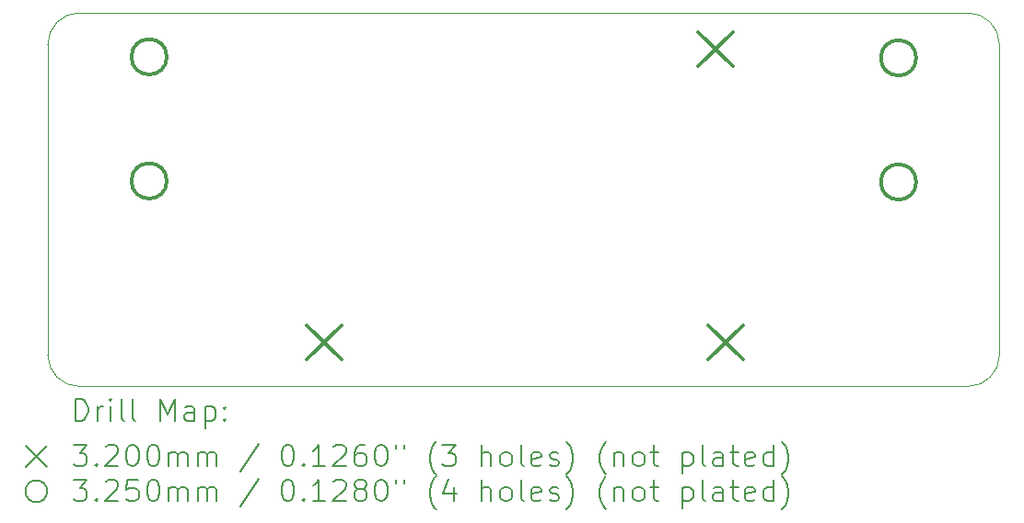
<source format=gbr>
%TF.GenerationSoftware,KiCad,Pcbnew,8.0.0*%
%TF.CreationDate,2024-08-30T12:49:43-05:00*%
%TF.ProjectId,led_segment,6c65645f-7365-4676-9d65-6e742e6b6963,rev?*%
%TF.SameCoordinates,Original*%
%TF.FileFunction,Drillmap*%
%TF.FilePolarity,Positive*%
%FSLAX45Y45*%
G04 Gerber Fmt 4.5, Leading zero omitted, Abs format (unit mm)*
G04 Created by KiCad (PCBNEW 8.0.0) date 2024-08-30 12:49:43*
%MOMM*%
%LPD*%
G01*
G04 APERTURE LIST*
%ADD10C,0.100000*%
%ADD11C,0.200000*%
%ADD12C,0.320000*%
%ADD13C,0.325000*%
G04 APERTURE END LIST*
D10*
X14560400Y-15437000D02*
X22726500Y-15437000D01*
X14268300Y-12287400D02*
G75*
G02*
X14560400Y-11995300I292100J0D01*
G01*
X23018600Y-15144900D02*
G75*
G02*
X22726500Y-15437000I-292100J0D01*
G01*
X22726500Y-11995300D02*
X14560400Y-11995300D01*
X14268300Y-15144900D02*
X14268300Y-12287400D01*
X14560400Y-15437000D02*
G75*
G02*
X14268300Y-15144900I0J292100D01*
G01*
X23018600Y-15144900D02*
X23018600Y-12287400D01*
X22726500Y-11995300D02*
G75*
G02*
X23018600Y-12287400I0J-292100D01*
G01*
D11*
D12*
X16650000Y-14870000D02*
X16970000Y-15190000D01*
X16970000Y-14870000D02*
X16650000Y-15190000D01*
X20250000Y-12170000D02*
X20570000Y-12490000D01*
X20570000Y-12170000D02*
X20250000Y-12490000D01*
X20340000Y-14870000D02*
X20660000Y-15190000D01*
X20660000Y-14870000D02*
X20340000Y-15190000D01*
D13*
X15362500Y-12400000D02*
G75*
G02*
X15037500Y-12400000I-162500J0D01*
G01*
X15037500Y-12400000D02*
G75*
G02*
X15362500Y-12400000I162500J0D01*
G01*
X15362500Y-13543000D02*
G75*
G02*
X15037500Y-13543000I-162500J0D01*
G01*
X15037500Y-13543000D02*
G75*
G02*
X15362500Y-13543000I162500J0D01*
G01*
X22252500Y-12410000D02*
G75*
G02*
X21927500Y-12410000I-162500J0D01*
G01*
X21927500Y-12410000D02*
G75*
G02*
X22252500Y-12410000I162500J0D01*
G01*
X22252500Y-13553000D02*
G75*
G02*
X21927500Y-13553000I-162500J0D01*
G01*
X21927500Y-13553000D02*
G75*
G02*
X22252500Y-13553000I162500J0D01*
G01*
D11*
X14524077Y-15753484D02*
X14524077Y-15553484D01*
X14524077Y-15553484D02*
X14571696Y-15553484D01*
X14571696Y-15553484D02*
X14600267Y-15563008D01*
X14600267Y-15563008D02*
X14619315Y-15582055D01*
X14619315Y-15582055D02*
X14628839Y-15601103D01*
X14628839Y-15601103D02*
X14638362Y-15639198D01*
X14638362Y-15639198D02*
X14638362Y-15667769D01*
X14638362Y-15667769D02*
X14628839Y-15705865D01*
X14628839Y-15705865D02*
X14619315Y-15724912D01*
X14619315Y-15724912D02*
X14600267Y-15743960D01*
X14600267Y-15743960D02*
X14571696Y-15753484D01*
X14571696Y-15753484D02*
X14524077Y-15753484D01*
X14724077Y-15753484D02*
X14724077Y-15620150D01*
X14724077Y-15658246D02*
X14733601Y-15639198D01*
X14733601Y-15639198D02*
X14743124Y-15629674D01*
X14743124Y-15629674D02*
X14762172Y-15620150D01*
X14762172Y-15620150D02*
X14781220Y-15620150D01*
X14847886Y-15753484D02*
X14847886Y-15620150D01*
X14847886Y-15553484D02*
X14838362Y-15563008D01*
X14838362Y-15563008D02*
X14847886Y-15572531D01*
X14847886Y-15572531D02*
X14857410Y-15563008D01*
X14857410Y-15563008D02*
X14847886Y-15553484D01*
X14847886Y-15553484D02*
X14847886Y-15572531D01*
X14971696Y-15753484D02*
X14952648Y-15743960D01*
X14952648Y-15743960D02*
X14943124Y-15724912D01*
X14943124Y-15724912D02*
X14943124Y-15553484D01*
X15076458Y-15753484D02*
X15057410Y-15743960D01*
X15057410Y-15743960D02*
X15047886Y-15724912D01*
X15047886Y-15724912D02*
X15047886Y-15553484D01*
X15305029Y-15753484D02*
X15305029Y-15553484D01*
X15305029Y-15553484D02*
X15371696Y-15696341D01*
X15371696Y-15696341D02*
X15438362Y-15553484D01*
X15438362Y-15553484D02*
X15438362Y-15753484D01*
X15619315Y-15753484D02*
X15619315Y-15648722D01*
X15619315Y-15648722D02*
X15609791Y-15629674D01*
X15609791Y-15629674D02*
X15590743Y-15620150D01*
X15590743Y-15620150D02*
X15552648Y-15620150D01*
X15552648Y-15620150D02*
X15533601Y-15629674D01*
X15619315Y-15743960D02*
X15600267Y-15753484D01*
X15600267Y-15753484D02*
X15552648Y-15753484D01*
X15552648Y-15753484D02*
X15533601Y-15743960D01*
X15533601Y-15743960D02*
X15524077Y-15724912D01*
X15524077Y-15724912D02*
X15524077Y-15705865D01*
X15524077Y-15705865D02*
X15533601Y-15686817D01*
X15533601Y-15686817D02*
X15552648Y-15677293D01*
X15552648Y-15677293D02*
X15600267Y-15677293D01*
X15600267Y-15677293D02*
X15619315Y-15667769D01*
X15714553Y-15620150D02*
X15714553Y-15820150D01*
X15714553Y-15629674D02*
X15733601Y-15620150D01*
X15733601Y-15620150D02*
X15771696Y-15620150D01*
X15771696Y-15620150D02*
X15790743Y-15629674D01*
X15790743Y-15629674D02*
X15800267Y-15639198D01*
X15800267Y-15639198D02*
X15809791Y-15658246D01*
X15809791Y-15658246D02*
X15809791Y-15715388D01*
X15809791Y-15715388D02*
X15800267Y-15734436D01*
X15800267Y-15734436D02*
X15790743Y-15743960D01*
X15790743Y-15743960D02*
X15771696Y-15753484D01*
X15771696Y-15753484D02*
X15733601Y-15753484D01*
X15733601Y-15753484D02*
X15714553Y-15743960D01*
X15895505Y-15734436D02*
X15905029Y-15743960D01*
X15905029Y-15743960D02*
X15895505Y-15753484D01*
X15895505Y-15753484D02*
X15885982Y-15743960D01*
X15885982Y-15743960D02*
X15895505Y-15734436D01*
X15895505Y-15734436D02*
X15895505Y-15753484D01*
X15895505Y-15629674D02*
X15905029Y-15639198D01*
X15905029Y-15639198D02*
X15895505Y-15648722D01*
X15895505Y-15648722D02*
X15885982Y-15639198D01*
X15885982Y-15639198D02*
X15895505Y-15629674D01*
X15895505Y-15629674D02*
X15895505Y-15648722D01*
X14063300Y-15982000D02*
X14263300Y-16182000D01*
X14263300Y-15982000D02*
X14063300Y-16182000D01*
X14505029Y-15973484D02*
X14628839Y-15973484D01*
X14628839Y-15973484D02*
X14562172Y-16049674D01*
X14562172Y-16049674D02*
X14590743Y-16049674D01*
X14590743Y-16049674D02*
X14609791Y-16059198D01*
X14609791Y-16059198D02*
X14619315Y-16068722D01*
X14619315Y-16068722D02*
X14628839Y-16087769D01*
X14628839Y-16087769D02*
X14628839Y-16135388D01*
X14628839Y-16135388D02*
X14619315Y-16154436D01*
X14619315Y-16154436D02*
X14609791Y-16163960D01*
X14609791Y-16163960D02*
X14590743Y-16173484D01*
X14590743Y-16173484D02*
X14533601Y-16173484D01*
X14533601Y-16173484D02*
X14514553Y-16163960D01*
X14514553Y-16163960D02*
X14505029Y-16154436D01*
X14714553Y-16154436D02*
X14724077Y-16163960D01*
X14724077Y-16163960D02*
X14714553Y-16173484D01*
X14714553Y-16173484D02*
X14705029Y-16163960D01*
X14705029Y-16163960D02*
X14714553Y-16154436D01*
X14714553Y-16154436D02*
X14714553Y-16173484D01*
X14800267Y-15992531D02*
X14809791Y-15983008D01*
X14809791Y-15983008D02*
X14828839Y-15973484D01*
X14828839Y-15973484D02*
X14876458Y-15973484D01*
X14876458Y-15973484D02*
X14895505Y-15983008D01*
X14895505Y-15983008D02*
X14905029Y-15992531D01*
X14905029Y-15992531D02*
X14914553Y-16011579D01*
X14914553Y-16011579D02*
X14914553Y-16030627D01*
X14914553Y-16030627D02*
X14905029Y-16059198D01*
X14905029Y-16059198D02*
X14790743Y-16173484D01*
X14790743Y-16173484D02*
X14914553Y-16173484D01*
X15038362Y-15973484D02*
X15057410Y-15973484D01*
X15057410Y-15973484D02*
X15076458Y-15983008D01*
X15076458Y-15983008D02*
X15085982Y-15992531D01*
X15085982Y-15992531D02*
X15095505Y-16011579D01*
X15095505Y-16011579D02*
X15105029Y-16049674D01*
X15105029Y-16049674D02*
X15105029Y-16097293D01*
X15105029Y-16097293D02*
X15095505Y-16135388D01*
X15095505Y-16135388D02*
X15085982Y-16154436D01*
X15085982Y-16154436D02*
X15076458Y-16163960D01*
X15076458Y-16163960D02*
X15057410Y-16173484D01*
X15057410Y-16173484D02*
X15038362Y-16173484D01*
X15038362Y-16173484D02*
X15019315Y-16163960D01*
X15019315Y-16163960D02*
X15009791Y-16154436D01*
X15009791Y-16154436D02*
X15000267Y-16135388D01*
X15000267Y-16135388D02*
X14990743Y-16097293D01*
X14990743Y-16097293D02*
X14990743Y-16049674D01*
X14990743Y-16049674D02*
X15000267Y-16011579D01*
X15000267Y-16011579D02*
X15009791Y-15992531D01*
X15009791Y-15992531D02*
X15019315Y-15983008D01*
X15019315Y-15983008D02*
X15038362Y-15973484D01*
X15228839Y-15973484D02*
X15247886Y-15973484D01*
X15247886Y-15973484D02*
X15266934Y-15983008D01*
X15266934Y-15983008D02*
X15276458Y-15992531D01*
X15276458Y-15992531D02*
X15285982Y-16011579D01*
X15285982Y-16011579D02*
X15295505Y-16049674D01*
X15295505Y-16049674D02*
X15295505Y-16097293D01*
X15295505Y-16097293D02*
X15285982Y-16135388D01*
X15285982Y-16135388D02*
X15276458Y-16154436D01*
X15276458Y-16154436D02*
X15266934Y-16163960D01*
X15266934Y-16163960D02*
X15247886Y-16173484D01*
X15247886Y-16173484D02*
X15228839Y-16173484D01*
X15228839Y-16173484D02*
X15209791Y-16163960D01*
X15209791Y-16163960D02*
X15200267Y-16154436D01*
X15200267Y-16154436D02*
X15190743Y-16135388D01*
X15190743Y-16135388D02*
X15181220Y-16097293D01*
X15181220Y-16097293D02*
X15181220Y-16049674D01*
X15181220Y-16049674D02*
X15190743Y-16011579D01*
X15190743Y-16011579D02*
X15200267Y-15992531D01*
X15200267Y-15992531D02*
X15209791Y-15983008D01*
X15209791Y-15983008D02*
X15228839Y-15973484D01*
X15381220Y-16173484D02*
X15381220Y-16040150D01*
X15381220Y-16059198D02*
X15390743Y-16049674D01*
X15390743Y-16049674D02*
X15409791Y-16040150D01*
X15409791Y-16040150D02*
X15438363Y-16040150D01*
X15438363Y-16040150D02*
X15457410Y-16049674D01*
X15457410Y-16049674D02*
X15466934Y-16068722D01*
X15466934Y-16068722D02*
X15466934Y-16173484D01*
X15466934Y-16068722D02*
X15476458Y-16049674D01*
X15476458Y-16049674D02*
X15495505Y-16040150D01*
X15495505Y-16040150D02*
X15524077Y-16040150D01*
X15524077Y-16040150D02*
X15543124Y-16049674D01*
X15543124Y-16049674D02*
X15552648Y-16068722D01*
X15552648Y-16068722D02*
X15552648Y-16173484D01*
X15647886Y-16173484D02*
X15647886Y-16040150D01*
X15647886Y-16059198D02*
X15657410Y-16049674D01*
X15657410Y-16049674D02*
X15676458Y-16040150D01*
X15676458Y-16040150D02*
X15705029Y-16040150D01*
X15705029Y-16040150D02*
X15724077Y-16049674D01*
X15724077Y-16049674D02*
X15733601Y-16068722D01*
X15733601Y-16068722D02*
X15733601Y-16173484D01*
X15733601Y-16068722D02*
X15743124Y-16049674D01*
X15743124Y-16049674D02*
X15762172Y-16040150D01*
X15762172Y-16040150D02*
X15790743Y-16040150D01*
X15790743Y-16040150D02*
X15809791Y-16049674D01*
X15809791Y-16049674D02*
X15819315Y-16068722D01*
X15819315Y-16068722D02*
X15819315Y-16173484D01*
X16209791Y-15963960D02*
X16038363Y-16221103D01*
X16466934Y-15973484D02*
X16485982Y-15973484D01*
X16485982Y-15973484D02*
X16505029Y-15983008D01*
X16505029Y-15983008D02*
X16514553Y-15992531D01*
X16514553Y-15992531D02*
X16524077Y-16011579D01*
X16524077Y-16011579D02*
X16533601Y-16049674D01*
X16533601Y-16049674D02*
X16533601Y-16097293D01*
X16533601Y-16097293D02*
X16524077Y-16135388D01*
X16524077Y-16135388D02*
X16514553Y-16154436D01*
X16514553Y-16154436D02*
X16505029Y-16163960D01*
X16505029Y-16163960D02*
X16485982Y-16173484D01*
X16485982Y-16173484D02*
X16466934Y-16173484D01*
X16466934Y-16173484D02*
X16447886Y-16163960D01*
X16447886Y-16163960D02*
X16438363Y-16154436D01*
X16438363Y-16154436D02*
X16428839Y-16135388D01*
X16428839Y-16135388D02*
X16419315Y-16097293D01*
X16419315Y-16097293D02*
X16419315Y-16049674D01*
X16419315Y-16049674D02*
X16428839Y-16011579D01*
X16428839Y-16011579D02*
X16438363Y-15992531D01*
X16438363Y-15992531D02*
X16447886Y-15983008D01*
X16447886Y-15983008D02*
X16466934Y-15973484D01*
X16619315Y-16154436D02*
X16628839Y-16163960D01*
X16628839Y-16163960D02*
X16619315Y-16173484D01*
X16619315Y-16173484D02*
X16609791Y-16163960D01*
X16609791Y-16163960D02*
X16619315Y-16154436D01*
X16619315Y-16154436D02*
X16619315Y-16173484D01*
X16819315Y-16173484D02*
X16705029Y-16173484D01*
X16762172Y-16173484D02*
X16762172Y-15973484D01*
X16762172Y-15973484D02*
X16743125Y-16002055D01*
X16743125Y-16002055D02*
X16724077Y-16021103D01*
X16724077Y-16021103D02*
X16705029Y-16030627D01*
X16895506Y-15992531D02*
X16905029Y-15983008D01*
X16905029Y-15983008D02*
X16924077Y-15973484D01*
X16924077Y-15973484D02*
X16971696Y-15973484D01*
X16971696Y-15973484D02*
X16990744Y-15983008D01*
X16990744Y-15983008D02*
X17000268Y-15992531D01*
X17000268Y-15992531D02*
X17009791Y-16011579D01*
X17009791Y-16011579D02*
X17009791Y-16030627D01*
X17009791Y-16030627D02*
X17000268Y-16059198D01*
X17000268Y-16059198D02*
X16885982Y-16173484D01*
X16885982Y-16173484D02*
X17009791Y-16173484D01*
X17181220Y-15973484D02*
X17143125Y-15973484D01*
X17143125Y-15973484D02*
X17124077Y-15983008D01*
X17124077Y-15983008D02*
X17114553Y-15992531D01*
X17114553Y-15992531D02*
X17095506Y-16021103D01*
X17095506Y-16021103D02*
X17085982Y-16059198D01*
X17085982Y-16059198D02*
X17085982Y-16135388D01*
X17085982Y-16135388D02*
X17095506Y-16154436D01*
X17095506Y-16154436D02*
X17105029Y-16163960D01*
X17105029Y-16163960D02*
X17124077Y-16173484D01*
X17124077Y-16173484D02*
X17162172Y-16173484D01*
X17162172Y-16173484D02*
X17181220Y-16163960D01*
X17181220Y-16163960D02*
X17190744Y-16154436D01*
X17190744Y-16154436D02*
X17200268Y-16135388D01*
X17200268Y-16135388D02*
X17200268Y-16087769D01*
X17200268Y-16087769D02*
X17190744Y-16068722D01*
X17190744Y-16068722D02*
X17181220Y-16059198D01*
X17181220Y-16059198D02*
X17162172Y-16049674D01*
X17162172Y-16049674D02*
X17124077Y-16049674D01*
X17124077Y-16049674D02*
X17105029Y-16059198D01*
X17105029Y-16059198D02*
X17095506Y-16068722D01*
X17095506Y-16068722D02*
X17085982Y-16087769D01*
X17324077Y-15973484D02*
X17343125Y-15973484D01*
X17343125Y-15973484D02*
X17362172Y-15983008D01*
X17362172Y-15983008D02*
X17371696Y-15992531D01*
X17371696Y-15992531D02*
X17381220Y-16011579D01*
X17381220Y-16011579D02*
X17390744Y-16049674D01*
X17390744Y-16049674D02*
X17390744Y-16097293D01*
X17390744Y-16097293D02*
X17381220Y-16135388D01*
X17381220Y-16135388D02*
X17371696Y-16154436D01*
X17371696Y-16154436D02*
X17362172Y-16163960D01*
X17362172Y-16163960D02*
X17343125Y-16173484D01*
X17343125Y-16173484D02*
X17324077Y-16173484D01*
X17324077Y-16173484D02*
X17305029Y-16163960D01*
X17305029Y-16163960D02*
X17295506Y-16154436D01*
X17295506Y-16154436D02*
X17285982Y-16135388D01*
X17285982Y-16135388D02*
X17276458Y-16097293D01*
X17276458Y-16097293D02*
X17276458Y-16049674D01*
X17276458Y-16049674D02*
X17285982Y-16011579D01*
X17285982Y-16011579D02*
X17295506Y-15992531D01*
X17295506Y-15992531D02*
X17305029Y-15983008D01*
X17305029Y-15983008D02*
X17324077Y-15973484D01*
X17466934Y-15973484D02*
X17466934Y-16011579D01*
X17543125Y-15973484D02*
X17543125Y-16011579D01*
X17838363Y-16249674D02*
X17828839Y-16240150D01*
X17828839Y-16240150D02*
X17809791Y-16211579D01*
X17809791Y-16211579D02*
X17800268Y-16192531D01*
X17800268Y-16192531D02*
X17790744Y-16163960D01*
X17790744Y-16163960D02*
X17781220Y-16116341D01*
X17781220Y-16116341D02*
X17781220Y-16078246D01*
X17781220Y-16078246D02*
X17790744Y-16030627D01*
X17790744Y-16030627D02*
X17800268Y-16002055D01*
X17800268Y-16002055D02*
X17809791Y-15983008D01*
X17809791Y-15983008D02*
X17828839Y-15954436D01*
X17828839Y-15954436D02*
X17838363Y-15944912D01*
X17895506Y-15973484D02*
X18019315Y-15973484D01*
X18019315Y-15973484D02*
X17952649Y-16049674D01*
X17952649Y-16049674D02*
X17981220Y-16049674D01*
X17981220Y-16049674D02*
X18000268Y-16059198D01*
X18000268Y-16059198D02*
X18009791Y-16068722D01*
X18009791Y-16068722D02*
X18019315Y-16087769D01*
X18019315Y-16087769D02*
X18019315Y-16135388D01*
X18019315Y-16135388D02*
X18009791Y-16154436D01*
X18009791Y-16154436D02*
X18000268Y-16163960D01*
X18000268Y-16163960D02*
X17981220Y-16173484D01*
X17981220Y-16173484D02*
X17924077Y-16173484D01*
X17924077Y-16173484D02*
X17905030Y-16163960D01*
X17905030Y-16163960D02*
X17895506Y-16154436D01*
X18257411Y-16173484D02*
X18257411Y-15973484D01*
X18343125Y-16173484D02*
X18343125Y-16068722D01*
X18343125Y-16068722D02*
X18333601Y-16049674D01*
X18333601Y-16049674D02*
X18314553Y-16040150D01*
X18314553Y-16040150D02*
X18285982Y-16040150D01*
X18285982Y-16040150D02*
X18266934Y-16049674D01*
X18266934Y-16049674D02*
X18257411Y-16059198D01*
X18466934Y-16173484D02*
X18447887Y-16163960D01*
X18447887Y-16163960D02*
X18438363Y-16154436D01*
X18438363Y-16154436D02*
X18428839Y-16135388D01*
X18428839Y-16135388D02*
X18428839Y-16078246D01*
X18428839Y-16078246D02*
X18438363Y-16059198D01*
X18438363Y-16059198D02*
X18447887Y-16049674D01*
X18447887Y-16049674D02*
X18466934Y-16040150D01*
X18466934Y-16040150D02*
X18495506Y-16040150D01*
X18495506Y-16040150D02*
X18514553Y-16049674D01*
X18514553Y-16049674D02*
X18524077Y-16059198D01*
X18524077Y-16059198D02*
X18533601Y-16078246D01*
X18533601Y-16078246D02*
X18533601Y-16135388D01*
X18533601Y-16135388D02*
X18524077Y-16154436D01*
X18524077Y-16154436D02*
X18514553Y-16163960D01*
X18514553Y-16163960D02*
X18495506Y-16173484D01*
X18495506Y-16173484D02*
X18466934Y-16173484D01*
X18647887Y-16173484D02*
X18628839Y-16163960D01*
X18628839Y-16163960D02*
X18619315Y-16144912D01*
X18619315Y-16144912D02*
X18619315Y-15973484D01*
X18800268Y-16163960D02*
X18781220Y-16173484D01*
X18781220Y-16173484D02*
X18743125Y-16173484D01*
X18743125Y-16173484D02*
X18724077Y-16163960D01*
X18724077Y-16163960D02*
X18714553Y-16144912D01*
X18714553Y-16144912D02*
X18714553Y-16068722D01*
X18714553Y-16068722D02*
X18724077Y-16049674D01*
X18724077Y-16049674D02*
X18743125Y-16040150D01*
X18743125Y-16040150D02*
X18781220Y-16040150D01*
X18781220Y-16040150D02*
X18800268Y-16049674D01*
X18800268Y-16049674D02*
X18809792Y-16068722D01*
X18809792Y-16068722D02*
X18809792Y-16087769D01*
X18809792Y-16087769D02*
X18714553Y-16106817D01*
X18885982Y-16163960D02*
X18905030Y-16173484D01*
X18905030Y-16173484D02*
X18943125Y-16173484D01*
X18943125Y-16173484D02*
X18962173Y-16163960D01*
X18962173Y-16163960D02*
X18971696Y-16144912D01*
X18971696Y-16144912D02*
X18971696Y-16135388D01*
X18971696Y-16135388D02*
X18962173Y-16116341D01*
X18962173Y-16116341D02*
X18943125Y-16106817D01*
X18943125Y-16106817D02*
X18914553Y-16106817D01*
X18914553Y-16106817D02*
X18895506Y-16097293D01*
X18895506Y-16097293D02*
X18885982Y-16078246D01*
X18885982Y-16078246D02*
X18885982Y-16068722D01*
X18885982Y-16068722D02*
X18895506Y-16049674D01*
X18895506Y-16049674D02*
X18914553Y-16040150D01*
X18914553Y-16040150D02*
X18943125Y-16040150D01*
X18943125Y-16040150D02*
X18962173Y-16049674D01*
X19038363Y-16249674D02*
X19047887Y-16240150D01*
X19047887Y-16240150D02*
X19066934Y-16211579D01*
X19066934Y-16211579D02*
X19076458Y-16192531D01*
X19076458Y-16192531D02*
X19085982Y-16163960D01*
X19085982Y-16163960D02*
X19095506Y-16116341D01*
X19095506Y-16116341D02*
X19095506Y-16078246D01*
X19095506Y-16078246D02*
X19085982Y-16030627D01*
X19085982Y-16030627D02*
X19076458Y-16002055D01*
X19076458Y-16002055D02*
X19066934Y-15983008D01*
X19066934Y-15983008D02*
X19047887Y-15954436D01*
X19047887Y-15954436D02*
X19038363Y-15944912D01*
X19400268Y-16249674D02*
X19390744Y-16240150D01*
X19390744Y-16240150D02*
X19371696Y-16211579D01*
X19371696Y-16211579D02*
X19362173Y-16192531D01*
X19362173Y-16192531D02*
X19352649Y-16163960D01*
X19352649Y-16163960D02*
X19343125Y-16116341D01*
X19343125Y-16116341D02*
X19343125Y-16078246D01*
X19343125Y-16078246D02*
X19352649Y-16030627D01*
X19352649Y-16030627D02*
X19362173Y-16002055D01*
X19362173Y-16002055D02*
X19371696Y-15983008D01*
X19371696Y-15983008D02*
X19390744Y-15954436D01*
X19390744Y-15954436D02*
X19400268Y-15944912D01*
X19476458Y-16040150D02*
X19476458Y-16173484D01*
X19476458Y-16059198D02*
X19485982Y-16049674D01*
X19485982Y-16049674D02*
X19505030Y-16040150D01*
X19505030Y-16040150D02*
X19533601Y-16040150D01*
X19533601Y-16040150D02*
X19552649Y-16049674D01*
X19552649Y-16049674D02*
X19562173Y-16068722D01*
X19562173Y-16068722D02*
X19562173Y-16173484D01*
X19685982Y-16173484D02*
X19666934Y-16163960D01*
X19666934Y-16163960D02*
X19657411Y-16154436D01*
X19657411Y-16154436D02*
X19647887Y-16135388D01*
X19647887Y-16135388D02*
X19647887Y-16078246D01*
X19647887Y-16078246D02*
X19657411Y-16059198D01*
X19657411Y-16059198D02*
X19666934Y-16049674D01*
X19666934Y-16049674D02*
X19685982Y-16040150D01*
X19685982Y-16040150D02*
X19714554Y-16040150D01*
X19714554Y-16040150D02*
X19733601Y-16049674D01*
X19733601Y-16049674D02*
X19743125Y-16059198D01*
X19743125Y-16059198D02*
X19752649Y-16078246D01*
X19752649Y-16078246D02*
X19752649Y-16135388D01*
X19752649Y-16135388D02*
X19743125Y-16154436D01*
X19743125Y-16154436D02*
X19733601Y-16163960D01*
X19733601Y-16163960D02*
X19714554Y-16173484D01*
X19714554Y-16173484D02*
X19685982Y-16173484D01*
X19809792Y-16040150D02*
X19885982Y-16040150D01*
X19838363Y-15973484D02*
X19838363Y-16144912D01*
X19838363Y-16144912D02*
X19847887Y-16163960D01*
X19847887Y-16163960D02*
X19866934Y-16173484D01*
X19866934Y-16173484D02*
X19885982Y-16173484D01*
X20105030Y-16040150D02*
X20105030Y-16240150D01*
X20105030Y-16049674D02*
X20124077Y-16040150D01*
X20124077Y-16040150D02*
X20162173Y-16040150D01*
X20162173Y-16040150D02*
X20181220Y-16049674D01*
X20181220Y-16049674D02*
X20190744Y-16059198D01*
X20190744Y-16059198D02*
X20200268Y-16078246D01*
X20200268Y-16078246D02*
X20200268Y-16135388D01*
X20200268Y-16135388D02*
X20190744Y-16154436D01*
X20190744Y-16154436D02*
X20181220Y-16163960D01*
X20181220Y-16163960D02*
X20162173Y-16173484D01*
X20162173Y-16173484D02*
X20124077Y-16173484D01*
X20124077Y-16173484D02*
X20105030Y-16163960D01*
X20314554Y-16173484D02*
X20295506Y-16163960D01*
X20295506Y-16163960D02*
X20285982Y-16144912D01*
X20285982Y-16144912D02*
X20285982Y-15973484D01*
X20476458Y-16173484D02*
X20476458Y-16068722D01*
X20476458Y-16068722D02*
X20466935Y-16049674D01*
X20466935Y-16049674D02*
X20447887Y-16040150D01*
X20447887Y-16040150D02*
X20409792Y-16040150D01*
X20409792Y-16040150D02*
X20390744Y-16049674D01*
X20476458Y-16163960D02*
X20457411Y-16173484D01*
X20457411Y-16173484D02*
X20409792Y-16173484D01*
X20409792Y-16173484D02*
X20390744Y-16163960D01*
X20390744Y-16163960D02*
X20381220Y-16144912D01*
X20381220Y-16144912D02*
X20381220Y-16125865D01*
X20381220Y-16125865D02*
X20390744Y-16106817D01*
X20390744Y-16106817D02*
X20409792Y-16097293D01*
X20409792Y-16097293D02*
X20457411Y-16097293D01*
X20457411Y-16097293D02*
X20476458Y-16087769D01*
X20543125Y-16040150D02*
X20619315Y-16040150D01*
X20571696Y-15973484D02*
X20571696Y-16144912D01*
X20571696Y-16144912D02*
X20581220Y-16163960D01*
X20581220Y-16163960D02*
X20600268Y-16173484D01*
X20600268Y-16173484D02*
X20619315Y-16173484D01*
X20762173Y-16163960D02*
X20743125Y-16173484D01*
X20743125Y-16173484D02*
X20705030Y-16173484D01*
X20705030Y-16173484D02*
X20685982Y-16163960D01*
X20685982Y-16163960D02*
X20676458Y-16144912D01*
X20676458Y-16144912D02*
X20676458Y-16068722D01*
X20676458Y-16068722D02*
X20685982Y-16049674D01*
X20685982Y-16049674D02*
X20705030Y-16040150D01*
X20705030Y-16040150D02*
X20743125Y-16040150D01*
X20743125Y-16040150D02*
X20762173Y-16049674D01*
X20762173Y-16049674D02*
X20771696Y-16068722D01*
X20771696Y-16068722D02*
X20771696Y-16087769D01*
X20771696Y-16087769D02*
X20676458Y-16106817D01*
X20943125Y-16173484D02*
X20943125Y-15973484D01*
X20943125Y-16163960D02*
X20924077Y-16173484D01*
X20924077Y-16173484D02*
X20885982Y-16173484D01*
X20885982Y-16173484D02*
X20866935Y-16163960D01*
X20866935Y-16163960D02*
X20857411Y-16154436D01*
X20857411Y-16154436D02*
X20847887Y-16135388D01*
X20847887Y-16135388D02*
X20847887Y-16078246D01*
X20847887Y-16078246D02*
X20857411Y-16059198D01*
X20857411Y-16059198D02*
X20866935Y-16049674D01*
X20866935Y-16049674D02*
X20885982Y-16040150D01*
X20885982Y-16040150D02*
X20924077Y-16040150D01*
X20924077Y-16040150D02*
X20943125Y-16049674D01*
X21019316Y-16249674D02*
X21028839Y-16240150D01*
X21028839Y-16240150D02*
X21047887Y-16211579D01*
X21047887Y-16211579D02*
X21057411Y-16192531D01*
X21057411Y-16192531D02*
X21066935Y-16163960D01*
X21066935Y-16163960D02*
X21076458Y-16116341D01*
X21076458Y-16116341D02*
X21076458Y-16078246D01*
X21076458Y-16078246D02*
X21066935Y-16030627D01*
X21066935Y-16030627D02*
X21057411Y-16002055D01*
X21057411Y-16002055D02*
X21047887Y-15983008D01*
X21047887Y-15983008D02*
X21028839Y-15954436D01*
X21028839Y-15954436D02*
X21019316Y-15944912D01*
X14263300Y-16402000D02*
G75*
G02*
X14063300Y-16402000I-100000J0D01*
G01*
X14063300Y-16402000D02*
G75*
G02*
X14263300Y-16402000I100000J0D01*
G01*
X14505029Y-16293484D02*
X14628839Y-16293484D01*
X14628839Y-16293484D02*
X14562172Y-16369674D01*
X14562172Y-16369674D02*
X14590743Y-16369674D01*
X14590743Y-16369674D02*
X14609791Y-16379198D01*
X14609791Y-16379198D02*
X14619315Y-16388722D01*
X14619315Y-16388722D02*
X14628839Y-16407769D01*
X14628839Y-16407769D02*
X14628839Y-16455388D01*
X14628839Y-16455388D02*
X14619315Y-16474436D01*
X14619315Y-16474436D02*
X14609791Y-16483960D01*
X14609791Y-16483960D02*
X14590743Y-16493484D01*
X14590743Y-16493484D02*
X14533601Y-16493484D01*
X14533601Y-16493484D02*
X14514553Y-16483960D01*
X14514553Y-16483960D02*
X14505029Y-16474436D01*
X14714553Y-16474436D02*
X14724077Y-16483960D01*
X14724077Y-16483960D02*
X14714553Y-16493484D01*
X14714553Y-16493484D02*
X14705029Y-16483960D01*
X14705029Y-16483960D02*
X14714553Y-16474436D01*
X14714553Y-16474436D02*
X14714553Y-16493484D01*
X14800267Y-16312531D02*
X14809791Y-16303008D01*
X14809791Y-16303008D02*
X14828839Y-16293484D01*
X14828839Y-16293484D02*
X14876458Y-16293484D01*
X14876458Y-16293484D02*
X14895505Y-16303008D01*
X14895505Y-16303008D02*
X14905029Y-16312531D01*
X14905029Y-16312531D02*
X14914553Y-16331579D01*
X14914553Y-16331579D02*
X14914553Y-16350627D01*
X14914553Y-16350627D02*
X14905029Y-16379198D01*
X14905029Y-16379198D02*
X14790743Y-16493484D01*
X14790743Y-16493484D02*
X14914553Y-16493484D01*
X15095505Y-16293484D02*
X15000267Y-16293484D01*
X15000267Y-16293484D02*
X14990743Y-16388722D01*
X14990743Y-16388722D02*
X15000267Y-16379198D01*
X15000267Y-16379198D02*
X15019315Y-16369674D01*
X15019315Y-16369674D02*
X15066934Y-16369674D01*
X15066934Y-16369674D02*
X15085982Y-16379198D01*
X15085982Y-16379198D02*
X15095505Y-16388722D01*
X15095505Y-16388722D02*
X15105029Y-16407769D01*
X15105029Y-16407769D02*
X15105029Y-16455388D01*
X15105029Y-16455388D02*
X15095505Y-16474436D01*
X15095505Y-16474436D02*
X15085982Y-16483960D01*
X15085982Y-16483960D02*
X15066934Y-16493484D01*
X15066934Y-16493484D02*
X15019315Y-16493484D01*
X15019315Y-16493484D02*
X15000267Y-16483960D01*
X15000267Y-16483960D02*
X14990743Y-16474436D01*
X15228839Y-16293484D02*
X15247886Y-16293484D01*
X15247886Y-16293484D02*
X15266934Y-16303008D01*
X15266934Y-16303008D02*
X15276458Y-16312531D01*
X15276458Y-16312531D02*
X15285982Y-16331579D01*
X15285982Y-16331579D02*
X15295505Y-16369674D01*
X15295505Y-16369674D02*
X15295505Y-16417293D01*
X15295505Y-16417293D02*
X15285982Y-16455388D01*
X15285982Y-16455388D02*
X15276458Y-16474436D01*
X15276458Y-16474436D02*
X15266934Y-16483960D01*
X15266934Y-16483960D02*
X15247886Y-16493484D01*
X15247886Y-16493484D02*
X15228839Y-16493484D01*
X15228839Y-16493484D02*
X15209791Y-16483960D01*
X15209791Y-16483960D02*
X15200267Y-16474436D01*
X15200267Y-16474436D02*
X15190743Y-16455388D01*
X15190743Y-16455388D02*
X15181220Y-16417293D01*
X15181220Y-16417293D02*
X15181220Y-16369674D01*
X15181220Y-16369674D02*
X15190743Y-16331579D01*
X15190743Y-16331579D02*
X15200267Y-16312531D01*
X15200267Y-16312531D02*
X15209791Y-16303008D01*
X15209791Y-16303008D02*
X15228839Y-16293484D01*
X15381220Y-16493484D02*
X15381220Y-16360150D01*
X15381220Y-16379198D02*
X15390743Y-16369674D01*
X15390743Y-16369674D02*
X15409791Y-16360150D01*
X15409791Y-16360150D02*
X15438363Y-16360150D01*
X15438363Y-16360150D02*
X15457410Y-16369674D01*
X15457410Y-16369674D02*
X15466934Y-16388722D01*
X15466934Y-16388722D02*
X15466934Y-16493484D01*
X15466934Y-16388722D02*
X15476458Y-16369674D01*
X15476458Y-16369674D02*
X15495505Y-16360150D01*
X15495505Y-16360150D02*
X15524077Y-16360150D01*
X15524077Y-16360150D02*
X15543124Y-16369674D01*
X15543124Y-16369674D02*
X15552648Y-16388722D01*
X15552648Y-16388722D02*
X15552648Y-16493484D01*
X15647886Y-16493484D02*
X15647886Y-16360150D01*
X15647886Y-16379198D02*
X15657410Y-16369674D01*
X15657410Y-16369674D02*
X15676458Y-16360150D01*
X15676458Y-16360150D02*
X15705029Y-16360150D01*
X15705029Y-16360150D02*
X15724077Y-16369674D01*
X15724077Y-16369674D02*
X15733601Y-16388722D01*
X15733601Y-16388722D02*
X15733601Y-16493484D01*
X15733601Y-16388722D02*
X15743124Y-16369674D01*
X15743124Y-16369674D02*
X15762172Y-16360150D01*
X15762172Y-16360150D02*
X15790743Y-16360150D01*
X15790743Y-16360150D02*
X15809791Y-16369674D01*
X15809791Y-16369674D02*
X15819315Y-16388722D01*
X15819315Y-16388722D02*
X15819315Y-16493484D01*
X16209791Y-16283960D02*
X16038363Y-16541103D01*
X16466934Y-16293484D02*
X16485982Y-16293484D01*
X16485982Y-16293484D02*
X16505029Y-16303008D01*
X16505029Y-16303008D02*
X16514553Y-16312531D01*
X16514553Y-16312531D02*
X16524077Y-16331579D01*
X16524077Y-16331579D02*
X16533601Y-16369674D01*
X16533601Y-16369674D02*
X16533601Y-16417293D01*
X16533601Y-16417293D02*
X16524077Y-16455388D01*
X16524077Y-16455388D02*
X16514553Y-16474436D01*
X16514553Y-16474436D02*
X16505029Y-16483960D01*
X16505029Y-16483960D02*
X16485982Y-16493484D01*
X16485982Y-16493484D02*
X16466934Y-16493484D01*
X16466934Y-16493484D02*
X16447886Y-16483960D01*
X16447886Y-16483960D02*
X16438363Y-16474436D01*
X16438363Y-16474436D02*
X16428839Y-16455388D01*
X16428839Y-16455388D02*
X16419315Y-16417293D01*
X16419315Y-16417293D02*
X16419315Y-16369674D01*
X16419315Y-16369674D02*
X16428839Y-16331579D01*
X16428839Y-16331579D02*
X16438363Y-16312531D01*
X16438363Y-16312531D02*
X16447886Y-16303008D01*
X16447886Y-16303008D02*
X16466934Y-16293484D01*
X16619315Y-16474436D02*
X16628839Y-16483960D01*
X16628839Y-16483960D02*
X16619315Y-16493484D01*
X16619315Y-16493484D02*
X16609791Y-16483960D01*
X16609791Y-16483960D02*
X16619315Y-16474436D01*
X16619315Y-16474436D02*
X16619315Y-16493484D01*
X16819315Y-16493484D02*
X16705029Y-16493484D01*
X16762172Y-16493484D02*
X16762172Y-16293484D01*
X16762172Y-16293484D02*
X16743125Y-16322055D01*
X16743125Y-16322055D02*
X16724077Y-16341103D01*
X16724077Y-16341103D02*
X16705029Y-16350627D01*
X16895506Y-16312531D02*
X16905029Y-16303008D01*
X16905029Y-16303008D02*
X16924077Y-16293484D01*
X16924077Y-16293484D02*
X16971696Y-16293484D01*
X16971696Y-16293484D02*
X16990744Y-16303008D01*
X16990744Y-16303008D02*
X17000268Y-16312531D01*
X17000268Y-16312531D02*
X17009791Y-16331579D01*
X17009791Y-16331579D02*
X17009791Y-16350627D01*
X17009791Y-16350627D02*
X17000268Y-16379198D01*
X17000268Y-16379198D02*
X16885982Y-16493484D01*
X16885982Y-16493484D02*
X17009791Y-16493484D01*
X17124077Y-16379198D02*
X17105029Y-16369674D01*
X17105029Y-16369674D02*
X17095506Y-16360150D01*
X17095506Y-16360150D02*
X17085982Y-16341103D01*
X17085982Y-16341103D02*
X17085982Y-16331579D01*
X17085982Y-16331579D02*
X17095506Y-16312531D01*
X17095506Y-16312531D02*
X17105029Y-16303008D01*
X17105029Y-16303008D02*
X17124077Y-16293484D01*
X17124077Y-16293484D02*
X17162172Y-16293484D01*
X17162172Y-16293484D02*
X17181220Y-16303008D01*
X17181220Y-16303008D02*
X17190744Y-16312531D01*
X17190744Y-16312531D02*
X17200268Y-16331579D01*
X17200268Y-16331579D02*
X17200268Y-16341103D01*
X17200268Y-16341103D02*
X17190744Y-16360150D01*
X17190744Y-16360150D02*
X17181220Y-16369674D01*
X17181220Y-16369674D02*
X17162172Y-16379198D01*
X17162172Y-16379198D02*
X17124077Y-16379198D01*
X17124077Y-16379198D02*
X17105029Y-16388722D01*
X17105029Y-16388722D02*
X17095506Y-16398246D01*
X17095506Y-16398246D02*
X17085982Y-16417293D01*
X17085982Y-16417293D02*
X17085982Y-16455388D01*
X17085982Y-16455388D02*
X17095506Y-16474436D01*
X17095506Y-16474436D02*
X17105029Y-16483960D01*
X17105029Y-16483960D02*
X17124077Y-16493484D01*
X17124077Y-16493484D02*
X17162172Y-16493484D01*
X17162172Y-16493484D02*
X17181220Y-16483960D01*
X17181220Y-16483960D02*
X17190744Y-16474436D01*
X17190744Y-16474436D02*
X17200268Y-16455388D01*
X17200268Y-16455388D02*
X17200268Y-16417293D01*
X17200268Y-16417293D02*
X17190744Y-16398246D01*
X17190744Y-16398246D02*
X17181220Y-16388722D01*
X17181220Y-16388722D02*
X17162172Y-16379198D01*
X17324077Y-16293484D02*
X17343125Y-16293484D01*
X17343125Y-16293484D02*
X17362172Y-16303008D01*
X17362172Y-16303008D02*
X17371696Y-16312531D01*
X17371696Y-16312531D02*
X17381220Y-16331579D01*
X17381220Y-16331579D02*
X17390744Y-16369674D01*
X17390744Y-16369674D02*
X17390744Y-16417293D01*
X17390744Y-16417293D02*
X17381220Y-16455388D01*
X17381220Y-16455388D02*
X17371696Y-16474436D01*
X17371696Y-16474436D02*
X17362172Y-16483960D01*
X17362172Y-16483960D02*
X17343125Y-16493484D01*
X17343125Y-16493484D02*
X17324077Y-16493484D01*
X17324077Y-16493484D02*
X17305029Y-16483960D01*
X17305029Y-16483960D02*
X17295506Y-16474436D01*
X17295506Y-16474436D02*
X17285982Y-16455388D01*
X17285982Y-16455388D02*
X17276458Y-16417293D01*
X17276458Y-16417293D02*
X17276458Y-16369674D01*
X17276458Y-16369674D02*
X17285982Y-16331579D01*
X17285982Y-16331579D02*
X17295506Y-16312531D01*
X17295506Y-16312531D02*
X17305029Y-16303008D01*
X17305029Y-16303008D02*
X17324077Y-16293484D01*
X17466934Y-16293484D02*
X17466934Y-16331579D01*
X17543125Y-16293484D02*
X17543125Y-16331579D01*
X17838363Y-16569674D02*
X17828839Y-16560150D01*
X17828839Y-16560150D02*
X17809791Y-16531579D01*
X17809791Y-16531579D02*
X17800268Y-16512531D01*
X17800268Y-16512531D02*
X17790744Y-16483960D01*
X17790744Y-16483960D02*
X17781220Y-16436341D01*
X17781220Y-16436341D02*
X17781220Y-16398246D01*
X17781220Y-16398246D02*
X17790744Y-16350627D01*
X17790744Y-16350627D02*
X17800268Y-16322055D01*
X17800268Y-16322055D02*
X17809791Y-16303008D01*
X17809791Y-16303008D02*
X17828839Y-16274436D01*
X17828839Y-16274436D02*
X17838363Y-16264912D01*
X18000268Y-16360150D02*
X18000268Y-16493484D01*
X17952649Y-16283960D02*
X17905030Y-16426817D01*
X17905030Y-16426817D02*
X18028839Y-16426817D01*
X18257411Y-16493484D02*
X18257411Y-16293484D01*
X18343125Y-16493484D02*
X18343125Y-16388722D01*
X18343125Y-16388722D02*
X18333601Y-16369674D01*
X18333601Y-16369674D02*
X18314553Y-16360150D01*
X18314553Y-16360150D02*
X18285982Y-16360150D01*
X18285982Y-16360150D02*
X18266934Y-16369674D01*
X18266934Y-16369674D02*
X18257411Y-16379198D01*
X18466934Y-16493484D02*
X18447887Y-16483960D01*
X18447887Y-16483960D02*
X18438363Y-16474436D01*
X18438363Y-16474436D02*
X18428839Y-16455388D01*
X18428839Y-16455388D02*
X18428839Y-16398246D01*
X18428839Y-16398246D02*
X18438363Y-16379198D01*
X18438363Y-16379198D02*
X18447887Y-16369674D01*
X18447887Y-16369674D02*
X18466934Y-16360150D01*
X18466934Y-16360150D02*
X18495506Y-16360150D01*
X18495506Y-16360150D02*
X18514553Y-16369674D01*
X18514553Y-16369674D02*
X18524077Y-16379198D01*
X18524077Y-16379198D02*
X18533601Y-16398246D01*
X18533601Y-16398246D02*
X18533601Y-16455388D01*
X18533601Y-16455388D02*
X18524077Y-16474436D01*
X18524077Y-16474436D02*
X18514553Y-16483960D01*
X18514553Y-16483960D02*
X18495506Y-16493484D01*
X18495506Y-16493484D02*
X18466934Y-16493484D01*
X18647887Y-16493484D02*
X18628839Y-16483960D01*
X18628839Y-16483960D02*
X18619315Y-16464912D01*
X18619315Y-16464912D02*
X18619315Y-16293484D01*
X18800268Y-16483960D02*
X18781220Y-16493484D01*
X18781220Y-16493484D02*
X18743125Y-16493484D01*
X18743125Y-16493484D02*
X18724077Y-16483960D01*
X18724077Y-16483960D02*
X18714553Y-16464912D01*
X18714553Y-16464912D02*
X18714553Y-16388722D01*
X18714553Y-16388722D02*
X18724077Y-16369674D01*
X18724077Y-16369674D02*
X18743125Y-16360150D01*
X18743125Y-16360150D02*
X18781220Y-16360150D01*
X18781220Y-16360150D02*
X18800268Y-16369674D01*
X18800268Y-16369674D02*
X18809792Y-16388722D01*
X18809792Y-16388722D02*
X18809792Y-16407769D01*
X18809792Y-16407769D02*
X18714553Y-16426817D01*
X18885982Y-16483960D02*
X18905030Y-16493484D01*
X18905030Y-16493484D02*
X18943125Y-16493484D01*
X18943125Y-16493484D02*
X18962173Y-16483960D01*
X18962173Y-16483960D02*
X18971696Y-16464912D01*
X18971696Y-16464912D02*
X18971696Y-16455388D01*
X18971696Y-16455388D02*
X18962173Y-16436341D01*
X18962173Y-16436341D02*
X18943125Y-16426817D01*
X18943125Y-16426817D02*
X18914553Y-16426817D01*
X18914553Y-16426817D02*
X18895506Y-16417293D01*
X18895506Y-16417293D02*
X18885982Y-16398246D01*
X18885982Y-16398246D02*
X18885982Y-16388722D01*
X18885982Y-16388722D02*
X18895506Y-16369674D01*
X18895506Y-16369674D02*
X18914553Y-16360150D01*
X18914553Y-16360150D02*
X18943125Y-16360150D01*
X18943125Y-16360150D02*
X18962173Y-16369674D01*
X19038363Y-16569674D02*
X19047887Y-16560150D01*
X19047887Y-16560150D02*
X19066934Y-16531579D01*
X19066934Y-16531579D02*
X19076458Y-16512531D01*
X19076458Y-16512531D02*
X19085982Y-16483960D01*
X19085982Y-16483960D02*
X19095506Y-16436341D01*
X19095506Y-16436341D02*
X19095506Y-16398246D01*
X19095506Y-16398246D02*
X19085982Y-16350627D01*
X19085982Y-16350627D02*
X19076458Y-16322055D01*
X19076458Y-16322055D02*
X19066934Y-16303008D01*
X19066934Y-16303008D02*
X19047887Y-16274436D01*
X19047887Y-16274436D02*
X19038363Y-16264912D01*
X19400268Y-16569674D02*
X19390744Y-16560150D01*
X19390744Y-16560150D02*
X19371696Y-16531579D01*
X19371696Y-16531579D02*
X19362173Y-16512531D01*
X19362173Y-16512531D02*
X19352649Y-16483960D01*
X19352649Y-16483960D02*
X19343125Y-16436341D01*
X19343125Y-16436341D02*
X19343125Y-16398246D01*
X19343125Y-16398246D02*
X19352649Y-16350627D01*
X19352649Y-16350627D02*
X19362173Y-16322055D01*
X19362173Y-16322055D02*
X19371696Y-16303008D01*
X19371696Y-16303008D02*
X19390744Y-16274436D01*
X19390744Y-16274436D02*
X19400268Y-16264912D01*
X19476458Y-16360150D02*
X19476458Y-16493484D01*
X19476458Y-16379198D02*
X19485982Y-16369674D01*
X19485982Y-16369674D02*
X19505030Y-16360150D01*
X19505030Y-16360150D02*
X19533601Y-16360150D01*
X19533601Y-16360150D02*
X19552649Y-16369674D01*
X19552649Y-16369674D02*
X19562173Y-16388722D01*
X19562173Y-16388722D02*
X19562173Y-16493484D01*
X19685982Y-16493484D02*
X19666934Y-16483960D01*
X19666934Y-16483960D02*
X19657411Y-16474436D01*
X19657411Y-16474436D02*
X19647887Y-16455388D01*
X19647887Y-16455388D02*
X19647887Y-16398246D01*
X19647887Y-16398246D02*
X19657411Y-16379198D01*
X19657411Y-16379198D02*
X19666934Y-16369674D01*
X19666934Y-16369674D02*
X19685982Y-16360150D01*
X19685982Y-16360150D02*
X19714554Y-16360150D01*
X19714554Y-16360150D02*
X19733601Y-16369674D01*
X19733601Y-16369674D02*
X19743125Y-16379198D01*
X19743125Y-16379198D02*
X19752649Y-16398246D01*
X19752649Y-16398246D02*
X19752649Y-16455388D01*
X19752649Y-16455388D02*
X19743125Y-16474436D01*
X19743125Y-16474436D02*
X19733601Y-16483960D01*
X19733601Y-16483960D02*
X19714554Y-16493484D01*
X19714554Y-16493484D02*
X19685982Y-16493484D01*
X19809792Y-16360150D02*
X19885982Y-16360150D01*
X19838363Y-16293484D02*
X19838363Y-16464912D01*
X19838363Y-16464912D02*
X19847887Y-16483960D01*
X19847887Y-16483960D02*
X19866934Y-16493484D01*
X19866934Y-16493484D02*
X19885982Y-16493484D01*
X20105030Y-16360150D02*
X20105030Y-16560150D01*
X20105030Y-16369674D02*
X20124077Y-16360150D01*
X20124077Y-16360150D02*
X20162173Y-16360150D01*
X20162173Y-16360150D02*
X20181220Y-16369674D01*
X20181220Y-16369674D02*
X20190744Y-16379198D01*
X20190744Y-16379198D02*
X20200268Y-16398246D01*
X20200268Y-16398246D02*
X20200268Y-16455388D01*
X20200268Y-16455388D02*
X20190744Y-16474436D01*
X20190744Y-16474436D02*
X20181220Y-16483960D01*
X20181220Y-16483960D02*
X20162173Y-16493484D01*
X20162173Y-16493484D02*
X20124077Y-16493484D01*
X20124077Y-16493484D02*
X20105030Y-16483960D01*
X20314554Y-16493484D02*
X20295506Y-16483960D01*
X20295506Y-16483960D02*
X20285982Y-16464912D01*
X20285982Y-16464912D02*
X20285982Y-16293484D01*
X20476458Y-16493484D02*
X20476458Y-16388722D01*
X20476458Y-16388722D02*
X20466935Y-16369674D01*
X20466935Y-16369674D02*
X20447887Y-16360150D01*
X20447887Y-16360150D02*
X20409792Y-16360150D01*
X20409792Y-16360150D02*
X20390744Y-16369674D01*
X20476458Y-16483960D02*
X20457411Y-16493484D01*
X20457411Y-16493484D02*
X20409792Y-16493484D01*
X20409792Y-16493484D02*
X20390744Y-16483960D01*
X20390744Y-16483960D02*
X20381220Y-16464912D01*
X20381220Y-16464912D02*
X20381220Y-16445865D01*
X20381220Y-16445865D02*
X20390744Y-16426817D01*
X20390744Y-16426817D02*
X20409792Y-16417293D01*
X20409792Y-16417293D02*
X20457411Y-16417293D01*
X20457411Y-16417293D02*
X20476458Y-16407769D01*
X20543125Y-16360150D02*
X20619315Y-16360150D01*
X20571696Y-16293484D02*
X20571696Y-16464912D01*
X20571696Y-16464912D02*
X20581220Y-16483960D01*
X20581220Y-16483960D02*
X20600268Y-16493484D01*
X20600268Y-16493484D02*
X20619315Y-16493484D01*
X20762173Y-16483960D02*
X20743125Y-16493484D01*
X20743125Y-16493484D02*
X20705030Y-16493484D01*
X20705030Y-16493484D02*
X20685982Y-16483960D01*
X20685982Y-16483960D02*
X20676458Y-16464912D01*
X20676458Y-16464912D02*
X20676458Y-16388722D01*
X20676458Y-16388722D02*
X20685982Y-16369674D01*
X20685982Y-16369674D02*
X20705030Y-16360150D01*
X20705030Y-16360150D02*
X20743125Y-16360150D01*
X20743125Y-16360150D02*
X20762173Y-16369674D01*
X20762173Y-16369674D02*
X20771696Y-16388722D01*
X20771696Y-16388722D02*
X20771696Y-16407769D01*
X20771696Y-16407769D02*
X20676458Y-16426817D01*
X20943125Y-16493484D02*
X20943125Y-16293484D01*
X20943125Y-16483960D02*
X20924077Y-16493484D01*
X20924077Y-16493484D02*
X20885982Y-16493484D01*
X20885982Y-16493484D02*
X20866935Y-16483960D01*
X20866935Y-16483960D02*
X20857411Y-16474436D01*
X20857411Y-16474436D02*
X20847887Y-16455388D01*
X20847887Y-16455388D02*
X20847887Y-16398246D01*
X20847887Y-16398246D02*
X20857411Y-16379198D01*
X20857411Y-16379198D02*
X20866935Y-16369674D01*
X20866935Y-16369674D02*
X20885982Y-16360150D01*
X20885982Y-16360150D02*
X20924077Y-16360150D01*
X20924077Y-16360150D02*
X20943125Y-16369674D01*
X21019316Y-16569674D02*
X21028839Y-16560150D01*
X21028839Y-16560150D02*
X21047887Y-16531579D01*
X21047887Y-16531579D02*
X21057411Y-16512531D01*
X21057411Y-16512531D02*
X21066935Y-16483960D01*
X21066935Y-16483960D02*
X21076458Y-16436341D01*
X21076458Y-16436341D02*
X21076458Y-16398246D01*
X21076458Y-16398246D02*
X21066935Y-16350627D01*
X21066935Y-16350627D02*
X21057411Y-16322055D01*
X21057411Y-16322055D02*
X21047887Y-16303008D01*
X21047887Y-16303008D02*
X21028839Y-16274436D01*
X21028839Y-16274436D02*
X21019316Y-16264912D01*
M02*

</source>
